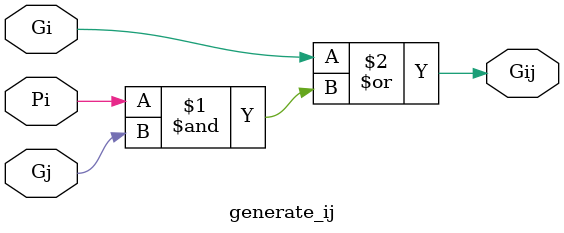
<source format=sv>
module generate_ij
    (
        input Gi,Pi,Gj,
        output Gij
    );

    assign Gij = Gi | (Pi & Gj);
    
endmodule: generate_ij

</source>
